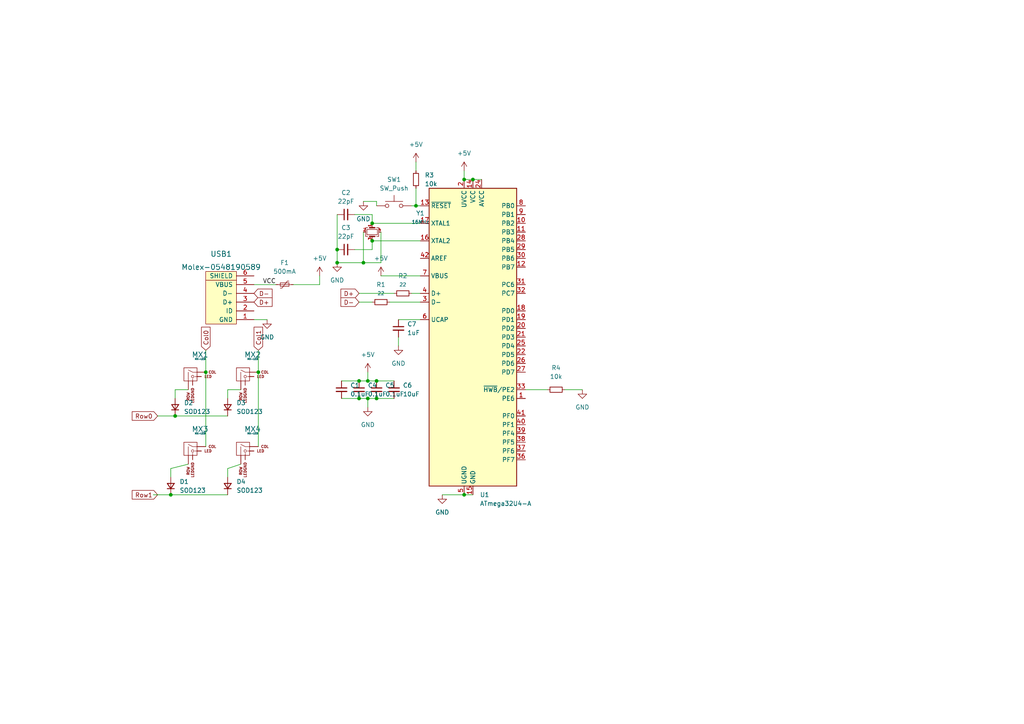
<source format=kicad_sch>
(kicad_sch (version 20211123) (generator eeschema)
  (paper "A4")
  (lib_symbols
    (symbol "Device:C_Small" (pin_numbers hide) (pin_names (offset 0.254) hide)
      (property "Reference" "C" (at 0.254 1.778 0))
      (property "Value" "C_Small" (at 0.254 -2.032 0))
      (symbol "C_Small_0_1"
        (polyline (pts (xy -1.524 -0.508) (xy 1.524 -0.508)) (stroke (width 0.3302)))
        (polyline (pts (xy -1.524 0.508) (xy 1.524 0.508)) (stroke (width 0.3048)))
      )
      (symbol "C_Small_1_1"
        (pin passive line (at 0 2.54 270) (length 2.032) (name "~") (number "1"))
        (pin passive line (at 0 -2.54 90) (length 2.032) (name "~") (number "2"))
      )
    )
    (symbol "Device:Crystal_GND24_Small" (pin_names (offset 1.016) hide)
      (property "Reference" "Y" (at 1.27 4.445 0))
      (property "Value" "Crystal_GND24_Small" (at 1.27 2.54 0))
      (symbol "Crystal_GND24_Small_0_1"
        (rectangle (start -0.762 -1.524) (end 0.762 1.524))
        (polyline (pts (xy -1.27 -0.762) (xy -1.27 0.762)) (stroke (width 0.381)))
        (polyline (pts (xy 1.27 -0.762) (xy 1.27 0.762)) (stroke (width 0.381)))
        (polyline (pts (xy -1.27 -1.27) (xy -1.27 -1.905) (xy 1.27 -1.905) (xy 1.27 -1.27)))
        (polyline (pts (xy -1.27 1.27) (xy -1.27 1.905) (xy 1.27 1.905) (xy 1.27 1.27)))
      )
      (symbol "Crystal_GND24_Small_1_1"
        (pin passive line (at -2.54 0 0) (length 1.27) (name "1") (number "1"))
        (pin passive line (at 0 -2.54 90) (length 0.635) (name "2") (number "2"))
        (pin passive line (at 2.54 0 180) (length 1.27) (name "3") (number "3"))
        (pin passive line (at 0 2.54 270) (length 0.635) (name "4") (number "4"))
      )
    )
    (symbol "Device:D_Small" (pin_numbers hide) (pin_names (offset 0.254) hide)
      (property "Reference" "D" (at -1.27 2.032 0))
      (property "Value" "D_Small" (at -3.81 -2.032 0))
      (symbol "D_Small_0_1"
        (polyline (pts (xy -0.762 -1.016) (xy -0.762 1.016)) (stroke (width 0.254)))
        (polyline (pts (xy -0.762 0) (xy 0.762 0)))
        (polyline (pts (xy 0.762 -1.016) (xy -0.762 0) (xy 0.762 1.016) (xy 0.762 -1.016)) (stroke (width 0.254)))
      )
      (symbol "D_Small_1_1"
        (pin passive line (at -2.54 0 0) (length 1.778) (name "K") (number "1"))
        (pin passive line (at 2.54 0 180) (length 1.778) (name "A") (number "2"))
      )
    )
    (symbol "Device:Polyfuse_Small" (pin_numbers hide) (pin_names (offset 0))
      (property "Reference" "F" (at -1.905 0 90))
      (property "Value" "Polyfuse_Small" (at 1.905 0 90))
      (symbol "Polyfuse_Small_0_1"
        (rectangle (start -0.508 1.27) (end 0.508 -1.27))
        (polyline (pts (xy 0 2.54) (xy 0 -2.54)))
        (polyline (pts (xy -1.016 1.27) (xy -1.016 0.762) (xy 1.016 -0.762) (xy 1.016 -1.27)))
      )
      (symbol "Polyfuse_Small_1_1"
        (pin passive line (at 0 2.54 270) (length 0.635) (name "~") (number "1"))
        (pin passive line (at 0 -2.54 90) (length 0.635) (name "~") (number "2"))
      )
    )
    (symbol "Device:R_Small" (pin_numbers hide) (pin_names (offset 0.254) hide)
      (property "Reference" "R" (at 0.762 0.508 0))
      (property "Value" "R_Small" (at 0.762 -1.016 0))
      (symbol "R_Small_0_1"
        (rectangle (start -0.762 1.778) (end 0.762 -1.778) (stroke (width 0.2032)))
      )
      (symbol "R_Small_1_1"
        (pin passive line (at 0 2.54 270) (length 0.762) (name "~") (number "1"))
        (pin passive line (at 0 -2.54 90) (length 0.762) (name "~") (number "2"))
      )
    )
    (symbol "MCU_Microchip_ATmega:ATmega32U4-A"
      (property "Reference" "U" (at -12.7 44.45 0))
      (property "Value" "ATmega32U4-A" (at 2.54 -44.45 0))
      (symbol "ATmega32U4-A_0_1"
        (rectangle (start -12.7 -43.18) (end 12.7 43.18) (stroke (width 0.254)) (fill (type background)))
      )
      (symbol "ATmega32U4-A_1_1"
        (pin bidirectional line (at 15.24 -17.78 180) (length 2.54) (name "PE6") (number "1"))
        (pin bidirectional line (at 15.24 33.02 180) (length 2.54) (name "PB2") (number "10"))
        (pin bidirectional line (at 15.24 30.48 180) (length 2.54) (name "PB3") (number "11"))
        (pin bidirectional line (at 15.24 20.32 180) (length 2.54) (name "PB7") (number "12"))
        (pin input line (at -15.24 38.1 0) (length 2.54) (name "~{RESET}") (number "13"))
        (pin power_in line (at 0 45.72 270) (length 2.54) (name "VCC") (number "14"))
        (pin power_in line (at 0 -45.72 90) (length 2.54) (name "GND") (number "15"))
        (pin output line (at -15.24 27.94 0) (length 2.54) (name "XTAL2") (number "16"))
        (pin input line (at -15.24 33.02 0) (length 2.54) (name "XTAL1") (number "17"))
        (pin bidirectional line (at 15.24 7.62 180) (length 2.54) (name "PD0") (number "18"))
        (pin bidirectional line (at 15.24 5.08 180) (length 2.54) (name "PD1") (number "19"))
        (pin power_in line (at -2.54 45.72 270) (length 2.54) (name "UVCC") (number "2"))
        (pin bidirectional line (at 15.24 2.54 180) (length 2.54) (name "PD2") (number "20"))
        (pin bidirectional line (at 15.24 0 180) (length 2.54) (name "PD3") (number "21"))
        (pin bidirectional line (at 15.24 -5.08 180) (length 2.54) (name "PD5") (number "22"))
        (pin passive line (at 0 -45.72 90) (length 2.54) hide (name "GND") (number "23"))
        (pin power_in line (at 2.54 45.72 270) (length 2.54) (name "AVCC") (number "24"))
        (pin bidirectional line (at 15.24 -2.54 180) (length 2.54) (name "PD4") (number "25"))
        (pin bidirectional line (at 15.24 -7.62 180) (length 2.54) (name "PD6") (number "26"))
        (pin bidirectional line (at 15.24 -10.16 180) (length 2.54) (name "PD7") (number "27"))
        (pin bidirectional line (at 15.24 27.94 180) (length 2.54) (name "PB4") (number "28"))
        (pin bidirectional line (at 15.24 25.4 180) (length 2.54) (name "PB5") (number "29"))
        (pin bidirectional line (at -15.24 10.16 0) (length 2.54) (name "D-") (number "3"))
        (pin bidirectional line (at 15.24 22.86 180) (length 2.54) (name "PB6") (number "30"))
        (pin bidirectional line (at 15.24 15.24 180) (length 2.54) (name "PC6") (number "31"))
        (pin bidirectional line (at 15.24 12.7 180) (length 2.54) (name "PC7") (number "32"))
        (pin bidirectional line (at 15.24 -15.24 180) (length 2.54) (name "~{HWB}/PE2") (number "33"))
        (pin passive line (at 0 45.72 270) (length 2.54) hide (name "VCC") (number "34"))
        (pin passive line (at 0 -45.72 90) (length 2.54) hide (name "GND") (number "35"))
        (pin bidirectional line (at 15.24 -35.56 180) (length 2.54) (name "PF7") (number "36"))
        (pin bidirectional line (at 15.24 -33.02 180) (length 2.54) (name "PF6") (number "37"))
        (pin bidirectional line (at 15.24 -30.48 180) (length 2.54) (name "PF5") (number "38"))
        (pin bidirectional line (at 15.24 -27.94 180) (length 2.54) (name "PF4") (number "39"))
        (pin bidirectional line (at -15.24 12.7 0) (length 2.54) (name "D+") (number "4"))
        (pin bidirectional line (at 15.24 -25.4 180) (length 2.54) (name "PF1") (number "40"))
        (pin bidirectional line (at 15.24 -22.86 180) (length 2.54) (name "PF0") (number "41"))
        (pin passive line (at -15.24 22.86 0) (length 2.54) (name "AREF") (number "42"))
        (pin passive line (at 0 -45.72 90) (length 2.54) hide (name "GND") (number "43"))
        (pin passive line (at 2.54 45.72 270) (length 2.54) hide (name "AVCC") (number "44"))
        (pin passive line (at -2.54 -45.72 90) (length 2.54) (name "UGND") (number "5"))
        (pin passive line (at -15.24 5.08 0) (length 2.54) (name "UCAP") (number "6"))
        (pin input line (at -15.24 17.78 0) (length 2.54) (name "VBUS") (number "7"))
        (pin bidirectional line (at 15.24 38.1 180) (length 2.54) (name "PB0") (number "8"))
        (pin bidirectional line (at 15.24 35.56 180) (length 2.54) (name "PB1") (number "9"))
      )
    )
    (symbol "MX_Alps_Hybrid:MX-LED" (pin_names (offset 1.016))
      (property "Reference" "MX" (at -0.635 3.81 0))
      (property "Value" "MX-LED" (at -0.635 1.27 0))
      (symbol "MX-LED_0_0"
        (rectangle (start -2.54 2.54) (end 1.27 -1.27))
        (polyline (pts (xy -1.27 -1.27) (xy -1.27 1.27)) (stroke (width 0.127)))
        (polyline (pts (xy 0 -1.27) (xy 0 -0.635)) (stroke (width 0.127)))
        (polyline (pts (xy 1.27 0) (xy 0.635 0)) (stroke (width 0.127)))
        (polyline (pts (xy 1.27 1.27) (xy 0 1.27) (xy -1.27 1.905)) (stroke (width 0.127)))
        (circle (center 0 0) (radius 0.3556) (stroke (width 0.127)))
        (text "COL" (at 5.715 1.27 0) (effects (font (size 0.762 0.762))))
        (text "LED" (at 4.445 0 0) (effects (font (size 0.762 0.762))))
        (text "ROW" (at -1.27 -4.445 900) (effects (font (size 0.762 0.762)) (justify right)))
      )
      (symbol "MX-LED_1_0"
        (text "LEDGND" (at 0 -3.175 900) (effects (font (size 0.762 0.762)) (justify right)))
      )
      (symbol "MX-LED_1_1"
        (pin passive line (at 3.81 1.27 180) (length 2.54) (name "COL") (number "1"))
        (pin passive line (at -1.27 -3.81 90) (length 2.54) (name "ROW") (number "2"))
        (pin input line (at 2.54 0 180) (length 1.27) (name "LED") (number "3"))
        (pin passive line (at 0 -2.54 90) (length 1.27) (name "LEDGND") (number "4"))
      )
    )
    (symbol "Switch:SW_Push" (pin_numbers hide) (pin_names (offset 1.016) hide)
      (property "Reference" "SW" (at 1.27 2.54 0))
      (property "Value" "SW_Push" (at 0 -1.524 0))
      (symbol "SW_Push_0_1"
        (circle (center -2.032 0) (radius 0.508))
        (polyline (pts (xy 0 1.27) (xy 0 3.048)))
        (polyline (pts (xy 2.54 1.27) (xy -2.54 1.27)))
        (circle (center 2.032 0) (radius 0.508))
        (pin passive line (at -5.08 0 0) (length 2.54) (name "1") (number "1"))
        (pin passive line (at 5.08 0 180) (length 2.54) (name "2") (number "2"))
      )
    )
    (symbol "power:+5V" (power) (pin_names (offset 0))
      (property "Value" "+5V" (at 0 3.556 0))
      (symbol "+5V_0_1"
        (polyline (pts (xy -0.762 1.27) (xy 0 2.54)))
        (polyline (pts (xy 0 0) (xy 0 2.54)))
        (polyline (pts (xy 0 2.54) (xy 0.762 1.27)))
      )
      (symbol "+5V_1_1"
        (pin power_in line (at 0 0 90) (length 0) hide (name "+5V") (number "1"))
      )
    )
    (symbol "power:GND" (power) (pin_names (offset 0))
      (property "Value" "GND" (at 0 -3.81 0))
      (symbol "GND_0_1"
        (polyline (pts (xy 0 0) (xy 0 -1.27) (xy 1.27 -1.27) (xy 0 -2.54) (xy -1.27 -1.27) (xy 0 -1.27)))
      )
      (symbol "GND_1_1"
        (pin power_in line (at 0 0 270) (length 0) hide (name "GND") (number "1"))
      )
    )
    (symbol "random-keyboard-parts:Molex-0548190589" (pin_names (offset 1.016))
      (property "Reference" "USB" (at 0 7.62 0))
      (property "Value" "Molex-0548190589" (at 0 10.16 0))
      (symbol "Molex-0548190589_0_0"
        (polyline (pts (xy 6.35 -2.54) (xy 6.35 6.35)))
        (rectangle (start 8.89 -2.54) (end -6.35 6.35) (fill (type background)))
      )
      (symbol "Molex-0548190589_1_1"
        (pin input line (at -5.08 -7.62 90) (length 5.08) (name "GND") (number "1"))
        (pin input line (at -2.54 -7.62 90) (length 5.08) (name "ID") (number "2"))
        (pin input line (at 0 -7.62 90) (length 5.08) (name "D+") (number "3"))
        (pin input line (at 2.54 -7.62 90) (length 5.08) (name "D-") (number "4"))
        (pin input line (at 5.08 -7.62 90) (length 5.08) (name "VBUS") (number "5"))
        (pin input line (at 7.62 -7.62 90) (length 5.08) (name "SHIELD") (number "6"))
      )
    )
  )
  (junction (at 134.62 52.07))
  (junction (at 106.68 115.57))
  (junction (at 97.79 72.39))
  (junction (at 104.14 115.57))
  (junction (at 105.41 76.2))
  (junction (at 109.22 115.57))
  (junction (at 109.22 110.49))
  (junction (at 106.68 110.49))
  (junction (at 50.8 120.65))
  (junction (at 59.69 107.95))
  (junction (at 107.95 69.85))
  (junction (at 104.14 110.49))
  (junction (at 107.95 64.77))
  (junction (at 49.53 143.51))
  (junction (at 134.62 143.51))
  (junction (at 97.79 76.2))
  (junction (at 120.65 59.69))
  (junction (at 137.16 52.07))
  (junction (at 74.93 107.95))
  (wire (pts (xy 119.38 59.69) (xy 120.65 59.69)))
  (wire (pts (xy 110.49 67.31) (xy 110.49 76.2)))
  (wire (pts (xy 110.49 76.2) (xy 105.41 76.2)))
  (wire (pts (xy 49.53 143.51) (xy 66.04 143.51)))
  (wire (pts (xy 134.62 143.51) (xy 137.16 143.51)))
  (wire (pts (xy 104.14 110.49) (xy 106.68 110.49)))
  (wire (pts (xy 107.95 62.23) (xy 107.95 64.77)))
  (wire (pts (xy 115.57 97.79) (xy 115.57 100.33)))
  (wire (pts (xy 109.22 110.49) (xy 114.3 110.49)))
  (wire (pts (xy 54.61 134.62) (xy 49.53 135.89)))
  (wire (pts (xy 106.68 115.57) (xy 109.22 115.57)))
  (wire (pts (xy 115.57 92.71) (xy 121.92 92.71)))
  (wire (pts (xy 106.68 110.49) (xy 109.22 110.49)))
  (wire (pts (xy 102.87 62.23) (xy 107.95 62.23)))
  (wire (pts (xy 107.95 72.39) (xy 107.95 69.85)))
  (wire (pts (xy 59.69 101.6) (xy 59.69 107.95)))
  (wire (pts (xy 106.68 115.57) (xy 106.68 118.11)))
  (wire (pts (xy 107.95 64.77) (xy 121.92 64.77)))
  (wire (pts (xy 109.22 115.57) (xy 114.3 115.57)))
  (wire (pts (xy 134.62 52.07) (xy 137.16 52.07)))
  (wire (pts (xy 66.04 135.89) (xy 66.04 138.43)))
  (wire (pts (xy 120.65 54.61) (xy 120.65 59.69)))
  (wire (pts (xy 107.95 69.85) (xy 121.92 69.85)))
  (wire (pts (xy 85.09 82.55) (xy 92.71 82.55)))
  (wire (pts (xy 102.87 72.39) (xy 107.95 72.39)))
  (wire (pts (xy 134.62 49.53) (xy 134.62 52.07)))
  (wire (pts (xy 74.93 101.6) (xy 74.93 107.95)))
  (wire (pts (xy 152.4 113.03) (xy 158.75 113.03)))
  (wire (pts (xy 69.85 134.62) (xy 66.04 135.89)))
  (wire (pts (xy 128.27 143.51) (xy 134.62 143.51)))
  (wire (pts (xy 73.66 92.71) (xy 77.47 92.71)))
  (wire (pts (xy 110.49 80.01) (xy 121.92 80.01)))
  (wire (pts (xy 120.65 59.69) (xy 121.92 59.69)))
  (wire (pts (xy 163.83 113.03) (xy 168.91 113.03)))
  (wire (pts (xy 92.71 82.55) (xy 92.71 80.01)))
  (wire (pts (xy 69.85 113.03) (xy 66.04 113.03)))
  (wire (pts (xy 50.8 120.65) (xy 66.04 120.65)))
  (wire (pts (xy 120.65 46.99) (xy 120.65 49.53)))
  (wire (pts (xy 54.61 113.03) (xy 50.8 113.03)))
  (wire (pts (xy 59.69 107.95) (xy 59.69 129.54)))
  (wire (pts (xy 109.22 58.42) (xy 105.41 58.42)))
  (wire (pts (xy 104.14 85.09) (xy 114.3 85.09)))
  (wire (pts (xy 50.8 113.03) (xy 50.8 115.57)))
  (wire (pts (xy 97.79 62.23) (xy 97.79 72.39)))
  (wire (pts (xy 44.45 143.51) (xy 49.53 143.51)))
  (wire (pts (xy 99.06 110.49) (xy 104.14 110.49)))
  (wire (pts (xy 105.41 67.31) (xy 105.41 76.2)))
  (wire (pts (xy 109.22 58.42) (xy 109.22 59.69)))
  (wire (pts (xy 106.68 107.95) (xy 106.68 110.49)))
  (wire (pts (xy 45.72 120.65) (xy 50.8 120.65)))
  (wire (pts (xy 73.66 82.55) (xy 80.01 82.55)))
  (wire (pts (xy 97.79 72.39) (xy 97.79 76.2)))
  (wire (pts (xy 113.03 87.63) (xy 121.92 87.63)))
  (wire (pts (xy 49.53 135.89) (xy 49.53 138.43)))
  (wire (pts (xy 104.14 87.63) (xy 107.95 87.63)))
  (wire (pts (xy 74.93 107.95) (xy 74.93 129.54)))
  (wire (pts (xy 137.16 52.07) (xy 139.7 52.07)))
  (wire (pts (xy 105.41 76.2) (xy 97.79 76.2)))
  (wire (pts (xy 119.38 85.09) (xy 121.92 85.09)))
  (wire (pts (xy 66.04 113.03) (xy 66.04 115.57)))
  (wire (pts (xy 104.14 115.57) (xy 106.68 115.57)))
  (wire (pts (xy 99.06 115.57) (xy 104.14 115.57)))
  (label "VCC" (at 76.2 82.55 0))
  (global_label "Row0" (shape input) (at 45.72 120.65 180) (property "Intersheet References" "${INTERSHEET_REFS}" (effects hide)))
  (global_label "D-" (shape input) (at 104.14 87.63 180) (property "Intersheet References" "${INTERSHEET_REFS}" (effects hide)))
  (global_label "D+" (shape input) (at 104.14 85.09 180) (property "Intersheet References" "${INTERSHEET_REFS}" (effects hide)))
  (global_label "Col1" (shape input) (at 74.93 101.6 90) (property "Intersheet References" "${INTERSHEET_REFS}" (effects hide)))
  (global_label "Row1" (shape input) (at 45.72 143.51 180) (property "Intersheet References" "${INTERSHEET_REFS}" (effects hide)))
  (global_label "Col0" (shape input) (at 59.69 101.6 90) (property "Intersheet References" "${INTERSHEET_REFS}" (effects hide)))
  (global_label "D-" (shape input) (at 73.66 85.09 0) (property "Intersheet References" "${INTERSHEET_REFS}" (effects hide)))
  (global_label "D+" (shape input) (at 73.66 87.63 0) (property "Intersheet References" "${INTERSHEET_REFS}" (effects hide)))
  (symbol (lib_id "Device:Crystal_GND24_Small") (at 107.95 67.31 270) (unit 1)
    (property "Reference" "Y1" (at 121.92 61.8488 90))
    (property "Value" "16MHz" (at 121.92 64.3888 90) (effects (font (size 1 1))))
    (property "Footprint" "Crystal:Crystal_SMD_3225-4Pin_3.2x2.5mm_HandSoldering" (effects hide))
  )
  (symbol (lib_id "Device:C_Small") (at 100.33 72.39 90) (unit 1)
    (property "Reference" "C3" (at 100.3363 66.04 90))
    (property "Value" "22pF" (at 100.3363 68.58 90))
    (property "Footprint" "Capacitor_SMD:C_0805_2012Metric" (effects hide))
  )
  (symbol (lib_id "Device:R_Small") (at 161.29 113.03 90) (unit 1)
    (property "Reference" "R4" (at 161.29 106.68 90))
    (property "Value" "10k" (at 161.29 109.22 90))
    (property "Footprint" "Resistor_SMD:R_0805_2012Metric" (effects hide))
  )
  (symbol (lib_id "power:GND") (at 97.79 76.2 0) (unit 1)
    (property "Reference" "#PWR0107" (effects hide))
    (property "Value" "GND" (at 97.79 81.28 0))
  )
  (symbol (lib_id "MCU_Microchip_ATmega:ATmega32U4-A") (at 137.16 97.79 0) (unit 1)
    (property "Reference" "U1" (at 139.1794 143.51 0) (effects (justify left)))
    (property "Value" "ATmega32U4-A" (at 139.1794 146.05 0) (effects (justify left)))
    (property "Footprint" "Package_QFP:TQFP-44_10x10mm_P0.8mm" (effects hide))
    (property "Datasheet" "http://ww1.microchip.com/downloads/en/DeviceDoc/Atmel-7766-8-bit-AVR-ATmega16U4-32U4_Datasheet.pdf" (effects hide))
  )
  (symbol (lib_id "Device:R_Small") (at 110.49 87.63 90) (unit 1)
    (property "Reference" "R1" (at 110.49 82.55 90))
    (property "Value" "22" (at 110.49 85.09 90) (effects (font (size 1 1))))
    (property "Footprint" "Resistor_SMD:R_0805_2012Metric" (effects hide))
  )
  (symbol (lib_id "Device:C_Small") (at 114.3 113.03 0) (unit 1)
    (property "Reference" "C6" (at 116.84 111.7662 0) (effects (justify left)))
    (property "Value" "10uF" (at 116.84 114.3062 0) (effects (justify left)))
    (property "Footprint" "Capacitor_SMD:C_0805_2012Metric" (effects hide))
  )
  (symbol (lib_id "MX_Alps_Hybrid:MX-LED") (at 55.88 130.81 0) (unit 1)
    (property "Reference" "MX3" (at 58.0356 124.46 0) (effects (font (size 1.524 1.524))))
    (property "Value" "MX-LED" (at 58.0356 125.73 0) (effects (font (size 0.508 0.508))))
    (property "Footprint" "MX_Only:MXOnly-1U-Hotswap-LED" (effects hide))
  )
  (symbol (lib_id "Device:D_Small") (at 50.8 118.11 90) (unit 1)
    (property "Reference" "D2" (at 53.34 116.8399 90) (effects (justify right)))
    (property "Value" "SOD123" (at 53.34 119.3799 90) (effects (justify right)))
    (property "Footprint" "Diode_SMD:D_SOD-123" (effects hide))
  )
  (symbol (lib_id "Device:R_Small") (at 116.84 85.09 90) (unit 1)
    (property "Reference" "R2" (at 116.84 80.01 90))
    (property "Value" "22" (at 116.84 82.55 90) (effects (font (size 1 1))))
    (property "Footprint" "Resistor_SMD:R_0805_2012Metric" (effects hide))
  )
  (symbol (lib_id "power:GND") (at 168.91 113.03 0) (unit 1)
    (property "Reference" "#PWR0104" (effects hide))
    (property "Value" "GND" (at 168.91 118.11 0))
  )
  (symbol (lib_id "Device:C_Small") (at 115.57 95.25 0) (unit 1)
    (property "Reference" "C7" (at 118.11 93.9862 0) (effects (justify left)))
    (property "Value" "1uF" (at 118.11 96.5262 0) (effects (justify left)))
    (property "Footprint" "Capacitor_SMD:C_0805_2012Metric" (effects hide))
  )
  (symbol (lib_id "power:+5V") (at 106.68 107.95 0) (unit 1)
    (property "Reference" "#PWR0110" (effects hide))
    (property "Value" "+5V" (at 106.68 102.87 0))
  )
  (symbol (lib_id "Device:D_Small") (at 66.04 140.97 90) (unit 1)
    (property "Reference" "D4" (at 68.58 139.6999 90) (effects (justify right)))
    (property "Value" "SOD123" (at 68.58 142.2399 90) (effects (justify right)))
    (property "Footprint" "Diode_SMD:D_SOD-123" (effects hide))
  )
  (symbol (lib_id "Device:R_Small") (at 120.65 52.07 0) (unit 1)
    (property "Reference" "R3" (at 123.19 50.7999 0) (effects (justify left)))
    (property "Value" "10k" (at 123.19 53.3399 0) (effects (justify left)))
    (property "Footprint" "Resistor_SMD:R_0805_2012Metric" (effects hide))
  )
  (symbol (lib_id "power:+5V") (at 92.71 80.01 0) (unit 1)
    (property "Reference" "#PWR0109" (effects hide))
    (property "Value" "+5V" (at 92.71 74.93 0))
  )
  (symbol (lib_id "Device:C_Small") (at 109.22 113.03 0) (unit 1)
    (property "Reference" "C5" (at 111.76 111.7662 0) (effects (justify left)))
    (property "Value" "0.1uF" (at 111.76 114.3062 0) (effects (justify left)))
    (property "Footprint" "Capacitor_SMD:C_0805_2012Metric" (effects hide))
  )
  (symbol (lib_id "MX_Alps_Hybrid:MX-LED") (at 71.12 109.22 0) (unit 1)
    (property "Reference" "MX2" (at 73.2756 102.87 0) (effects (font (size 1.524 1.524))))
    (property "Value" "MX-LED" (at 73.2756 104.14 0) (effects (font (size 0.508 0.508))))
    (property "Footprint" "MX_Only:MXOnly-1U-Hotswap-LED" (effects hide))
  )
  (symbol (lib_id "Device:Polyfuse_Small") (at 82.55 82.55 90) (unit 1)
    (property "Reference" "F1" (at 82.55 76.2 90))
    (property "Value" "500mA" (at 82.55 78.74 90))
    (property "Footprint" "Fuse:Fuse_1206_3216Metric" (effects hide))
  )
  (symbol (lib_id "random-keyboard-parts:Molex-0548190589") (at 66.04 87.63 90) (unit 1)
    (property "Reference" "USB1" (at 64.135 73.66 90) (effects (font (size 1.524 1.524))))
    (property "Value" "Molex-0548190589" (at 64.135 77.47 90) (effects (font (size 1.524 1.524))))
    (property "Footprint" "random-keyboard-parts:Molex-0548190589" (effects hide))
  )
  (symbol (lib_id "power:GND") (at 115.57 100.33 0) (unit 1)
    (property "Reference" "#PWR0103" (effects hide))
    (property "Value" "GND" (at 115.57 105.41 0))
  )
  (symbol (lib_id "MX_Alps_Hybrid:MX-LED") (at 55.88 109.22 0) (unit 1)
    (property "Reference" "MX1" (at 58.0356 102.87 0) (effects (font (size 1.524 1.524))))
    (property "Value" "MX-LED" (at 58.0356 104.14 0) (effects (font (size 0.508 0.508))))
    (property "Footprint" "MX_Only:MXOnly-1U-Hotswap-LED" (effects hide))
  )
  (symbol (lib_id "power:+5V") (at 110.49 80.01 0) (unit 1)
    (property "Reference" "#PWR0108" (effects hide))
    (property "Value" "+5V" (at 110.49 74.93 0))
  )
  (symbol (lib_id "power:GND") (at 105.41 58.42 0) (unit 1)
    (property "Reference" "#PWR0106" (effects hide))
    (property "Value" "GND" (at 105.41 63.5 0))
  )
  (symbol (lib_id "power:GND") (at 77.47 92.71 0) (unit 1)
    (property "Reference" "#PWR0112" (effects hide))
    (property "Value" "GND" (at 77.47 97.79 0))
  )
  (symbol (lib_id "Device:C_Small") (at 99.06 113.03 0) (unit 1)
    (property "Reference" "C1" (at 101.6 111.7662 0) (effects (justify left)))
    (property "Value" "0.1uF" (at 101.6 114.3062 0) (effects (justify left)))
    (property "Footprint" "Capacitor_SMD:C_0805_2012Metric" (effects hide))
  )
  (symbol (lib_id "Device:D_Small") (at 49.53 140.97 90) (unit 1)
    (property "Reference" "D1" (at 52.07 139.6999 90) (effects (justify right)))
    (property "Value" "SOD123" (at 52.07 142.2399 90) (effects (justify right)))
    (property "Footprint" "Diode_SMD:D_SOD-123" (effects hide))
  )
  (symbol (lib_id "Switch:SW_Push") (at 114.3 59.69 0) (unit 1)
    (property "Reference" "SW1" (at 114.3 52.07 0))
    (property "Value" "SW_Push" (at 114.3 54.61 0))
    (property "Footprint" "random-keyboard-parts:SKQG-1155865" (effects hide))
  )
  (symbol (lib_id "Device:D_Small") (at 66.04 118.11 90) (unit 1)
    (property "Reference" "D3" (at 68.58 116.8399 90) (effects (justify right)))
    (property "Value" "SOD123" (at 68.58 119.38 90) (effects (justify right)))
    (property "Footprint" "Diode_SMD:D_SOD-123" (effects hide))
  )
  (symbol (lib_id "Device:C_Small") (at 104.14 113.03 0) (unit 1)
    (property "Reference" "C4" (at 106.68 111.7662 0) (effects (justify left)))
    (property "Value" "0.1uF" (at 106.68 114.3062 0) (effects (justify left)))
    (property "Footprint" "Capacitor_SMD:C_0805_2012Metric" (effects hide))
  )
  (symbol (lib_id "power:GND") (at 128.27 143.51 0) (unit 1)
    (property "Reference" "#PWR0105" (effects hide))
    (property "Value" "GND" (at 128.27 148.59 0))
  )
  (symbol (lib_id "MX_Alps_Hybrid:MX-LED") (at 71.12 130.81 0) (unit 1)
    (property "Reference" "MX4" (at 73.2756 124.46 0) (effects (font (size 1.524 1.524))))
    (property "Value" "MX-LED" (at 73.2756 125.73 0) (effects (font (size 0.508 0.508))))
    (property "Footprint" "MX_Only:MXOnly-1U-Hotswap-LED" (effects hide))
  )
  (symbol (lib_id "power:GND") (at 106.68 118.11 0) (unit 1)
    (property "Reference" "#PWR0111" (effects hide))
    (property "Value" "GND" (at 106.68 123.19 0))
  )
  (symbol (lib_id "power:+5V") (at 120.65 46.99 0) (unit 1)
    (property "Reference" "#PWR0101" (effects hide))
    (property "Value" "+5V" (at 120.65 41.91 0))
  )
  (symbol (lib_id "Device:C_Small") (at 100.33 62.23 90) (unit 1)
    (property "Reference" "C2" (at 100.3363 55.88 90))
    (property "Value" "22pF" (at 100.3363 58.42 90))
    (property "Footprint" "Capacitor_SMD:C_0805_2012Metric" (effects hide))
  )
  (symbol (lib_id "power:+5V") (at 134.62 49.53 0) (unit 1)
    (property "Reference" "#PWR0102" (effects hide))
    (property "Value" "+5V" (at 134.62 44.45 0))
  )
)
</source>
